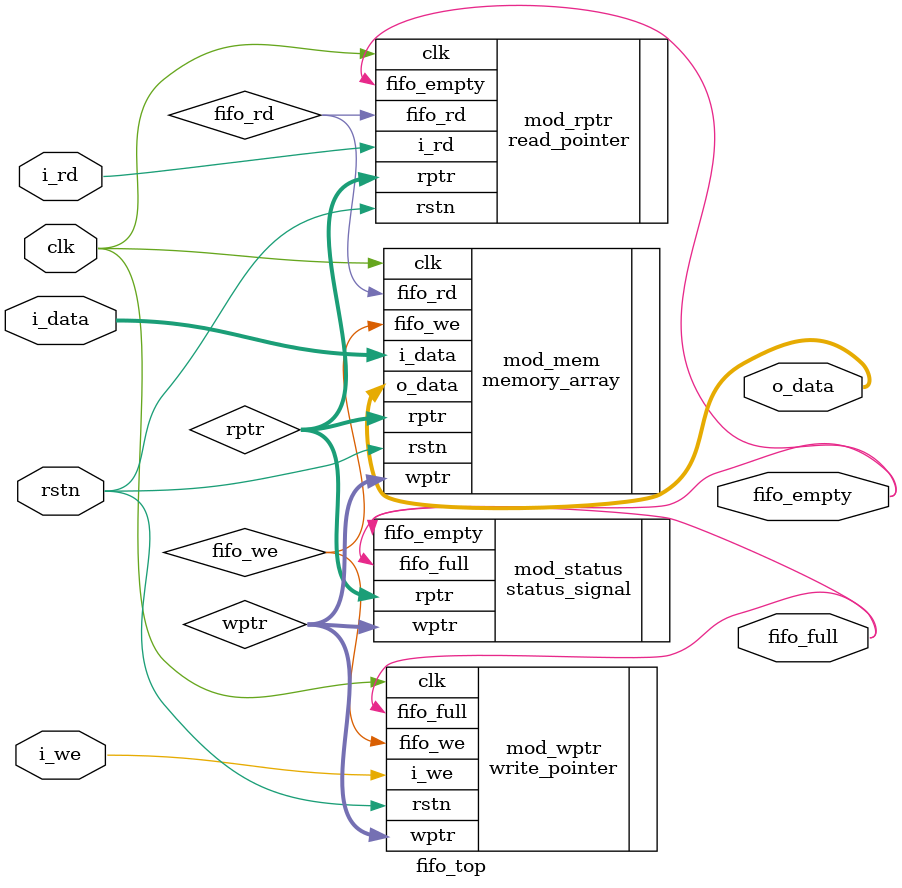
<source format=v>

module fifo_top #(parameter DATA_WIDTH = 8, parameter ADDR_WIDTH = 3, parameter FIFO_DEPTH = (1 << ADDR_WIDTH))
	(o_data,fifo_full,fifo_empty,clk,rstn,i_we,i_rd,i_data);
	
	// Port define:
	input  clk,rstn,i_we,i_rd;
	input  [DATA_WIDTH-1 : 0] i_data;
	output [DATA_WIDTH-1 : 0] o_data;
	output fifo_empty,fifo_full;
	
	// Internal variables:
	wire [ADDR_WIDTH :0] wptr,rptr;
	wire fifo_we,fifo_rd;
		
	// Module instantiated:
	// 1. Memory Block (Dual Port SRAM)
	memory_array #(DATA_WIDTH,ADDR_WIDTH,FIFO_DEPTH) mod_mem
	(
		.o_data(o_data),
		.i_data(i_data),
		.clk(clk),
		.fifo_we(fifo_we),
		.fifo_rd(fifo_rd),
		.rstn(rstn),
		.wptr(wptr),
		.rptr(rptr)
	);
	
	// 2. Reap Pointer Module 	
	read_pointer #(ADDR_WIDTH) mod_rptr
	(
		.rptr(rptr),
		.fifo_rd(fifo_rd),
		.clk(clk),
		.rstn(rstn),
		.i_rd(i_rd),
		.fifo_empty(fifo_empty)
	);
	
	// 3. Write Pointer Module
	write_pointer #(ADDR_WIDTH) mod_wptr
	(
		.wptr(wptr),
		.fifo_we(fifo_we),
		.clk(clk),
		.rstn(rstn),
		.i_we(i_we),
		.fifo_full(fifo_full)
	);
	
	// 4. Status Signals Module
	status_signal #(ADDR_WIDTH) mod_status 
	(
		.fifo_full(fifo_full),
		.fifo_empty(fifo_empty),
		.wptr(wptr),
		.rptr(rptr)
	);
	
endmodule
</source>
